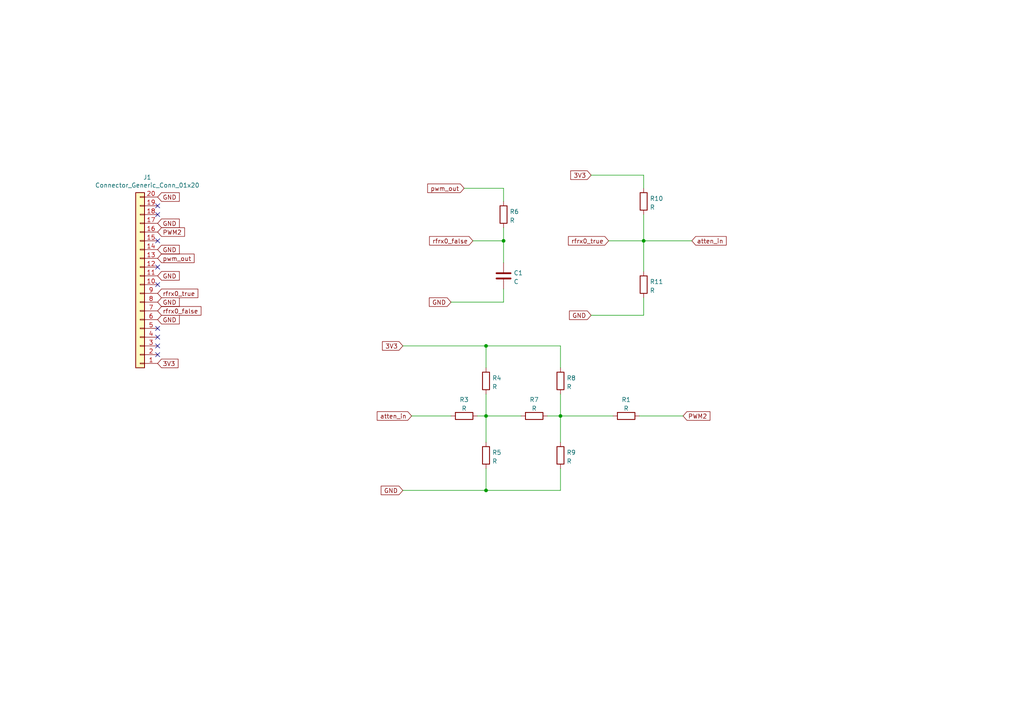
<source format=kicad_sch>
(kicad_sch (version 20211123) (generator eeschema)
  (paper "A4")
  (lib_symbols
    (symbol "Device:C" (pin_numbers hide) (pin_names (offset 0.254))
      (property "Reference" "C" (at 0.635 2.54 0))
      (property "Value" "C" (at 0.635 -2.54 0))
      (symbol "C_0_1"
        (polyline (pts (xy -2.032 -0.762) (xy 2.032 -0.762)) (stroke (width 0.508)))
        (polyline (pts (xy -2.032 0.762) (xy 2.032 0.762)) (stroke (width 0.508)))
      )
      (symbol "C_1_1"
        (pin passive line (at 0 3.81 270) (length 2.794) (name "~") (number "1"))
        (pin passive line (at 0 -3.81 90) (length 2.794) (name "~") (number "2"))
      )
    )
    (symbol "Device:R" (pin_numbers hide) (pin_names (offset 0))
      (property "Reference" "R" (at 2.032 0 90))
      (property "Value" "R" (at 0 0 90))
      (symbol "R_0_1"
        (rectangle (start -1.016 -2.54) (end 1.016 2.54) (stroke (width 0.254)))
      )
      (symbol "R_1_1"
        (pin passive line (at 0 3.81 270) (length 1.27) (name "~") (number "1"))
        (pin passive line (at 0 -3.81 90) (length 1.27) (name "~") (number "2"))
      )
    )
    (symbol "bgt:Connector_Generic_Conn_01x20" (pin_names (offset 1.016) hide)
      (property "Reference" "J" (at 0 25.4 0))
      (property "Value" "bgt_Connector_Generic_Conn_01x20" (at 0 -27.94 0))
      (symbol "Connector_Generic_Conn_01x20_1_1"
        (rectangle (start -1.27 -25.273) (end 0 -25.527) (stroke (width 0.1524)))
        (rectangle (start -1.27 -22.733) (end 0 -22.987) (stroke (width 0.1524)))
        (rectangle (start -1.27 -20.193) (end 0 -20.447) (stroke (width 0.1524)))
        (rectangle (start -1.27 -17.653) (end 0 -17.907) (stroke (width 0.1524)))
        (rectangle (start -1.27 -15.113) (end 0 -15.367) (stroke (width 0.1524)))
        (rectangle (start -1.27 -12.573) (end 0 -12.827) (stroke (width 0.1524)))
        (rectangle (start -1.27 -10.033) (end 0 -10.287) (stroke (width 0.1524)))
        (rectangle (start -1.27 -7.493) (end 0 -7.747) (stroke (width 0.1524)))
        (rectangle (start -1.27 -4.953) (end 0 -5.207) (stroke (width 0.1524)))
        (rectangle (start -1.27 -2.413) (end 0 -2.667) (stroke (width 0.1524)))
        (rectangle (start -1.27 0.127) (end 0 -0.127) (stroke (width 0.1524)))
        (rectangle (start -1.27 2.667) (end 0 2.413) (stroke (width 0.1524)))
        (rectangle (start -1.27 5.207) (end 0 4.953) (stroke (width 0.1524)))
        (rectangle (start -1.27 7.747) (end 0 7.493) (stroke (width 0.1524)))
        (rectangle (start -1.27 10.287) (end 0 10.033) (stroke (width 0.1524)))
        (rectangle (start -1.27 12.827) (end 0 12.573) (stroke (width 0.1524)))
        (rectangle (start -1.27 15.367) (end 0 15.113) (stroke (width 0.1524)))
        (rectangle (start -1.27 17.907) (end 0 17.653) (stroke (width 0.1524)))
        (rectangle (start -1.27 20.447) (end 0 20.193) (stroke (width 0.1524)))
        (rectangle (start -1.27 22.987) (end 0 22.733) (stroke (width 0.1524)))
        (rectangle (start -1.27 24.13) (end 1.27 -26.67) (stroke (width 0.254)) (fill (type background)))
        (pin passive line (at -5.08 22.86 0) (length 3.81) (name "Pin_1") (number "1"))
        (pin passive line (at -5.08 0 0) (length 3.81) (name "Pin_10") (number "10"))
        (pin passive line (at -5.08 -2.54 0) (length 3.81) (name "Pin_11") (number "11"))
        (pin passive line (at -5.08 -5.08 0) (length 3.81) (name "Pin_12") (number "12"))
        (pin passive line (at -5.08 -7.62 0) (length 3.81) (name "Pin_13") (number "13"))
        (pin passive line (at -5.08 -10.16 0) (length 3.81) (name "Pin_14") (number "14"))
        (pin passive line (at -5.08 -12.7 0) (length 3.81) (name "Pin_15") (number "15"))
        (pin passive line (at -5.08 -15.24 0) (length 3.81) (name "Pin_16") (number "16"))
        (pin passive line (at -5.08 -17.78 0) (length 3.81) (name "Pin_17") (number "17"))
        (pin passive line (at -5.08 -20.32 0) (length 3.81) (name "Pin_18") (number "18"))
        (pin passive line (at -5.08 -22.86 0) (length 3.81) (name "Pin_19") (number "19"))
        (pin passive line (at -5.08 20.32 0) (length 3.81) (name "Pin_2") (number "2"))
        (pin passive line (at -5.08 -25.4 0) (length 3.81) (name "Pin_20") (number "20"))
        (pin passive line (at -5.08 17.78 0) (length 3.81) (name "Pin_3") (number "3"))
        (pin passive line (at -5.08 15.24 0) (length 3.81) (name "Pin_4") (number "4"))
        (pin passive line (at -5.08 12.7 0) (length 3.81) (name "Pin_5") (number "5"))
        (pin passive line (at -5.08 10.16 0) (length 3.81) (name "Pin_6") (number "6"))
        (pin passive line (at -5.08 7.62 0) (length 3.81) (name "Pin_7") (number "7"))
        (pin passive line (at -5.08 5.08 0) (length 3.81) (name "Pin_8") (number "8"))
        (pin passive line (at -5.08 2.54 0) (length 3.81) (name "Pin_9") (number "9"))
      )
    )
  )
  (junction (at 140.97 100.33))
  (junction (at 140.97 142.24))
  (junction (at 140.97 120.65))
  (junction (at 162.56 120.65))
  (junction (at 186.69 69.85))
  (junction (at 146.05 69.85))
  (no_connect (at 45.72 95.25))
  (no_connect (at 45.72 102.87))
  (no_connect (at 45.72 77.47))
  (no_connect (at 45.72 82.55))
  (no_connect (at 45.72 69.85))
  (no_connect (at 45.72 97.79))
  (no_connect (at 45.72 100.33))
  (no_connect (at 45.72 62.23))
  (no_connect (at 45.72 59.69))
  (wire (pts (xy 186.69 69.85) (xy 186.69 78.74)))
  (wire (pts (xy 162.56 120.65) (xy 162.56 128.27)))
  (wire (pts (xy 140.97 100.33) (xy 140.97 106.68)))
  (wire (pts (xy 146.05 66.04) (xy 146.05 69.85)))
  (wire (pts (xy 146.05 69.85) (xy 146.05 76.2)))
  (wire (pts (xy 162.56 120.65) (xy 177.8 120.65)))
  (wire (pts (xy 146.05 54.61) (xy 146.05 58.42)))
  (wire (pts (xy 140.97 135.89) (xy 140.97 142.24)))
  (wire (pts (xy 140.97 114.3) (xy 140.97 120.65)))
  (wire (pts (xy 185.42 120.65) (xy 198.12 120.65)))
  (wire (pts (xy 140.97 120.65) (xy 140.97 128.27)))
  (wire (pts (xy 158.75 120.65) (xy 162.56 120.65)))
  (wire (pts (xy 162.56 142.24) (xy 162.56 135.89)))
  (wire (pts (xy 134.62 54.61) (xy 146.05 54.61)))
  (wire (pts (xy 146.05 87.63) (xy 146.05 83.82)))
  (wire (pts (xy 138.43 120.65) (xy 140.97 120.65)))
  (wire (pts (xy 137.16 69.85) (xy 146.05 69.85)))
  (wire (pts (xy 186.69 62.23) (xy 186.69 69.85)))
  (wire (pts (xy 119.38 120.65) (xy 130.81 120.65)))
  (wire (pts (xy 186.69 91.44) (xy 186.69 86.36)))
  (wire (pts (xy 116.84 100.33) (xy 140.97 100.33)))
  (wire (pts (xy 162.56 100.33) (xy 162.56 106.68)))
  (wire (pts (xy 186.69 50.8) (xy 186.69 54.61)))
  (wire (pts (xy 171.45 50.8) (xy 186.69 50.8)))
  (wire (pts (xy 140.97 100.33) (xy 162.56 100.33)))
  (wire (pts (xy 162.56 114.3) (xy 162.56 120.65)))
  (wire (pts (xy 116.84 142.24) (xy 140.97 142.24)))
  (wire (pts (xy 186.69 69.85) (xy 200.66 69.85)))
  (wire (pts (xy 140.97 120.65) (xy 151.13 120.65)))
  (wire (pts (xy 140.97 142.24) (xy 162.56 142.24)))
  (wire (pts (xy 130.81 87.63) (xy 146.05 87.63)))
  (wire (pts (xy 171.45 91.44) (xy 186.69 91.44)))
  (wire (pts (xy 176.53 69.85) (xy 186.69 69.85)))
  (global_label "pwm_out" (shape input) (at 45.72 74.93 0) (property "Intersheet References" "${INTERSHEET_REFS}" (effects hide)))
  (global_label "PWM2" (shape input) (at 198.12 120.65 0) (property "Intersheet References" "${INTERSHEET_REFS}" (effects hide)))
  (global_label "GND" (shape input) (at 130.81 87.63 180) (property "Intersheet References" "${INTERSHEET_REFS}" (effects hide)))
  (global_label "GND" (shape input) (at 45.72 64.77 0) (property "Intersheet References" "${INTERSHEET_REFS}" (effects hide)))
  (global_label "GND" (shape input) (at 45.72 80.01 0) (property "Intersheet References" "${INTERSHEET_REFS}" (effects hide)))
  (global_label "3V3" (shape input) (at 171.45 50.8 180) (property "Intersheet References" "${INTERSHEET_REFS}" (effects hide)))
  (global_label "GND" (shape input) (at 45.72 57.15 0) (property "Intersheet References" "${INTERSHEET_REFS}" (effects hide)))
  (global_label "GND" (shape input) (at 45.72 72.39 0) (property "Intersheet References" "${INTERSHEET_REFS}" (effects hide)))
  (global_label "3V3" (shape input) (at 45.72 105.41 0) (property "Intersheet References" "${INTERSHEET_REFS}" (effects hide)))
  (global_label "atten_in" (shape input) (at 200.66 69.85 0) (property "Intersheet References" "${INTERSHEET_REFS}" (effects hide)))
  (global_label "atten_in" (shape input) (at 119.38 120.65 180) (property "Intersheet References" "${INTERSHEET_REFS}" (effects hide)))
  (global_label "rfrx0_true" (shape input) (at 45.72 85.09 0) (property "Intersheet References" "${INTERSHEET_REFS}" (effects hide)))
  (global_label "3V3" (shape input) (at 116.84 100.33 180) (property "Intersheet References" "${INTERSHEET_REFS}" (effects hide)))
  (global_label "rfrx0_true" (shape input) (at 176.53 69.85 180) (property "Intersheet References" "${INTERSHEET_REFS}" (effects hide)))
  (global_label "PWM2" (shape input) (at 45.72 67.31 0) (property "Intersheet References" "${INTERSHEET_REFS}" (effects hide)))
  (global_label "rfrx0_false" (shape input) (at 45.72 90.17 0) (property "Intersheet References" "${INTERSHEET_REFS}" (effects hide)))
  (global_label "rfrx0_false" (shape input) (at 137.16 69.85 180) (property "Intersheet References" "${INTERSHEET_REFS}" (effects hide)))
  (global_label "pwm_out" (shape input) (at 134.62 54.61 180) (property "Intersheet References" "${INTERSHEET_REFS}" (effects hide)))
  (global_label "GND" (shape input) (at 45.72 87.63 0) (property "Intersheet References" "${INTERSHEET_REFS}" (effects hide)))
  (global_label "GND" (shape input) (at 171.45 91.44 180) (property "Intersheet References" "${INTERSHEET_REFS}" (effects hide)))
  (global_label "GND" (shape input) (at 116.84 142.24 180) (property "Intersheet References" "${INTERSHEET_REFS}" (effects hide)))
  (global_label "GND" (shape input) (at 45.72 92.71 0) (property "Intersheet References" "${INTERSHEET_REFS}" (effects hide)))
  (symbol (lib_id "bgt:Connector_Generic_Conn_01x20") (at 40.64 82.55 180) (unit 1)
    (property "Reference" "J1" (at 42.7228 51.435 0))
    (property "Value" "Connector_Generic_Conn_01x20" (at 42.7228 53.7464 0))
    (property "Footprint" "Connector_PinHeader_2.54mm:PinHeader_1x20_P2.54mm_Vertical" (effects hide))
  )
  (symbol (lib_id "Device:R") (at 162.56 110.49 0) (unit 1)
    (property "Reference" "R8" (at 164.338 109.6553 0) (effects (justify left)))
    (property "Value" "R" (at 164.338 112.1922 0) (effects (justify left)))
  )
  (symbol (lib_id "Device:R") (at 186.69 82.55 0) (unit 1)
    (property "Reference" "R11" (at 188.468 81.7153 0) (effects (justify left)))
    (property "Value" "R" (at 188.468 84.2522 0) (effects (justify left)))
  )
  (symbol (lib_id "Device:R") (at 162.56 132.08 0) (unit 1)
    (property "Reference" "R9" (at 164.338 131.2453 0) (effects (justify left)))
    (property "Value" "R" (at 164.338 133.7822 0) (effects (justify left)))
  )
  (symbol (lib_id "Device:R") (at 134.62 120.65 90) (unit 1)
    (property "Reference" "R3" (at 134.62 115.9342 90))
    (property "Value" "R" (at 134.62 118.4711 90))
  )
  (symbol (lib_id "Device:C") (at 146.05 80.01 0) (unit 1)
    (property "Reference" "C1" (at 148.971 79.1753 0) (effects (justify left)))
    (property "Value" "C" (at 148.971 81.7122 0) (effects (justify left)))
  )
  (symbol (lib_id "Device:R") (at 186.69 58.42 0) (unit 1)
    (property "Reference" "R10" (at 188.468 57.5853 0) (effects (justify left)))
    (property "Value" "R" (at 188.468 60.1222 0) (effects (justify left)))
  )
  (symbol (lib_id "Device:R") (at 140.97 110.49 0) (unit 1)
    (property "Reference" "R4" (at 142.748 109.6553 0) (effects (justify left)))
    (property "Value" "R" (at 142.748 112.1922 0) (effects (justify left)))
  )
  (symbol (lib_id "Device:R") (at 154.94 120.65 90) (unit 1)
    (property "Reference" "R7" (at 154.94 115.9342 90))
    (property "Value" "R" (at 154.94 118.4711 90))
  )
  (symbol (lib_id "Device:R") (at 181.61 120.65 90) (unit 1)
    (property "Reference" "R1" (at 181.61 115.9342 90))
    (property "Value" "R" (at 181.61 118.4711 90))
  )
  (symbol (lib_id "Device:R") (at 146.05 62.23 0) (unit 1)
    (property "Reference" "R6" (at 147.828 61.3953 0) (effects (justify left)))
    (property "Value" "R" (at 147.828 63.9322 0) (effects (justify left)))
  )
  (symbol (lib_id "Device:R") (at 140.97 132.08 0) (unit 1)
    (property "Reference" "R5" (at 142.748 131.2453 0) (effects (justify left)))
    (property "Value" "R" (at 142.748 133.7822 0) (effects (justify left)))
  )
)
</source>
